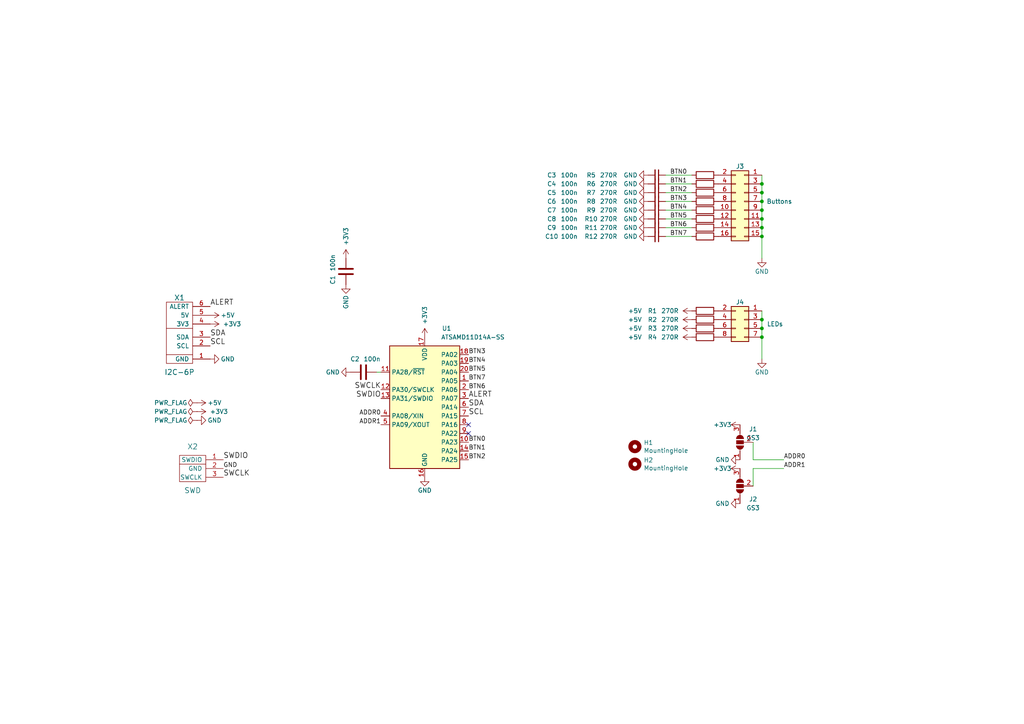
<source format=kicad_sch>
(kicad_sch (version 20210621) (generator eeschema)
  (paper "A4")
  (lib_symbols
    (symbol "Connector_Generic:Conn_02x04_Odd_Even" (pin_names (offset 1.016) hide)
      (property "Reference" "J" (at 1.27 5.08 0))
      (property "Value" "Conn_02x04_Odd_Even" (at 1.27 -7.62 0))
      (symbol "Conn_02x04_Odd_Even_1_1"
        (rectangle (start -1.27 -4.953) (end 0 -5.207) (stroke (width 0.1524)))
        (rectangle (start -1.27 -2.413) (end 0 -2.667) (stroke (width 0.1524)))
        (rectangle (start -1.27 0.127) (end 0 -0.127) (stroke (width 0.1524)))
        (rectangle (start -1.27 2.667) (end 0 2.413) (stroke (width 0.1524)))
        (rectangle (start -1.27 3.81) (end 3.81 -6.35) (stroke (width 0.254)) (fill (type background)))
        (rectangle (start 3.81 -4.953) (end 2.54 -5.207) (stroke (width 0.1524)))
        (rectangle (start 3.81 -2.413) (end 2.54 -2.667) (stroke (width 0.1524)))
        (rectangle (start 3.81 0.127) (end 2.54 -0.127) (stroke (width 0.1524)))
        (rectangle (start 3.81 2.667) (end 2.54 2.413) (stroke (width 0.1524)))
        (pin passive line (at -5.08 2.54 0) (length 3.81) (name "Pin_1") (number "1"))
        (pin passive line (at 7.62 2.54 180) (length 3.81) (name "Pin_2") (number "2"))
        (pin passive line (at -5.08 0 0) (length 3.81) (name "Pin_3") (number "3"))
        (pin passive line (at 7.62 0 180) (length 3.81) (name "Pin_4") (number "4"))
        (pin passive line (at -5.08 -2.54 0) (length 3.81) (name "Pin_5") (number "5"))
        (pin passive line (at 7.62 -2.54 180) (length 3.81) (name "Pin_6") (number "6"))
        (pin passive line (at -5.08 -5.08 0) (length 3.81) (name "Pin_7") (number "7"))
        (pin passive line (at 7.62 -5.08 180) (length 3.81) (name "Pin_8") (number "8"))
      )
    )
    (symbol "Connector_Generic:Conn_02x08_Odd_Even" (pin_names (offset 1.016) hide)
      (property "Reference" "J" (at 1.27 10.16 0))
      (property "Value" "Conn_02x08_Odd_Even" (at 1.27 -12.7 0))
      (symbol "Conn_02x08_Odd_Even_1_1"
        (rectangle (start -1.27 -10.033) (end 0 -10.287) (stroke (width 0.1524)))
        (rectangle (start -1.27 -7.493) (end 0 -7.747) (stroke (width 0.1524)))
        (rectangle (start -1.27 -4.953) (end 0 -5.207) (stroke (width 0.1524)))
        (rectangle (start -1.27 -2.413) (end 0 -2.667) (stroke (width 0.1524)))
        (rectangle (start -1.27 0.127) (end 0 -0.127) (stroke (width 0.1524)))
        (rectangle (start -1.27 2.667) (end 0 2.413) (stroke (width 0.1524)))
        (rectangle (start -1.27 5.207) (end 0 4.953) (stroke (width 0.1524)))
        (rectangle (start -1.27 7.747) (end 0 7.493) (stroke (width 0.1524)))
        (rectangle (start -1.27 8.89) (end 3.81 -11.43) (stroke (width 0.254)) (fill (type background)))
        (rectangle (start 3.81 -10.033) (end 2.54 -10.287) (stroke (width 0.1524)))
        (rectangle (start 3.81 -7.493) (end 2.54 -7.747) (stroke (width 0.1524)))
        (rectangle (start 3.81 -4.953) (end 2.54 -5.207) (stroke (width 0.1524)))
        (rectangle (start 3.81 -2.413) (end 2.54 -2.667) (stroke (width 0.1524)))
        (rectangle (start 3.81 0.127) (end 2.54 -0.127) (stroke (width 0.1524)))
        (rectangle (start 3.81 2.667) (end 2.54 2.413) (stroke (width 0.1524)))
        (rectangle (start 3.81 5.207) (end 2.54 4.953) (stroke (width 0.1524)))
        (rectangle (start 3.81 7.747) (end 2.54 7.493) (stroke (width 0.1524)))
        (pin passive line (at -5.08 7.62 0) (length 3.81) (name "Pin_1") (number "1"))
        (pin passive line (at 7.62 -2.54 180) (length 3.81) (name "Pin_10") (number "10"))
        (pin passive line (at -5.08 -5.08 0) (length 3.81) (name "Pin_11") (number "11"))
        (pin passive line (at 7.62 -5.08 180) (length 3.81) (name "Pin_12") (number "12"))
        (pin passive line (at -5.08 -7.62 0) (length 3.81) (name "Pin_13") (number "13"))
        (pin passive line (at 7.62 -7.62 180) (length 3.81) (name "Pin_14") (number "14"))
        (pin passive line (at -5.08 -10.16 0) (length 3.81) (name "Pin_15") (number "15"))
        (pin passive line (at 7.62 -10.16 180) (length 3.81) (name "Pin_16") (number "16"))
        (pin passive line (at 7.62 7.62 180) (length 3.81) (name "Pin_2") (number "2"))
        (pin passive line (at -5.08 5.08 0) (length 3.81) (name "Pin_3") (number "3"))
        (pin passive line (at 7.62 5.08 180) (length 3.81) (name "Pin_4") (number "4"))
        (pin passive line (at -5.08 2.54 0) (length 3.81) (name "Pin_5") (number "5"))
        (pin passive line (at 7.62 2.54 180) (length 3.81) (name "Pin_6") (number "6"))
        (pin passive line (at -5.08 0 0) (length 3.81) (name "Pin_7") (number "7"))
        (pin passive line (at 7.62 0 180) (length 3.81) (name "Pin_8") (number "8"))
        (pin passive line (at -5.08 -2.54 0) (length 3.81) (name "Pin_9") (number "9"))
      )
    )
    (symbol "Device:C" (pin_numbers hide) (pin_names (offset 0.254))
      (property "Reference" "C" (at 0.635 2.54 0))
      (property "Value" "C" (at 0.635 -2.54 0))
      (symbol "C_0_1"
        (polyline (pts (xy -2.032 -0.762) (xy 2.032 -0.762)) (stroke (width 0.508)))
        (polyline (pts (xy -2.032 0.762) (xy 2.032 0.762)) (stroke (width 0.508)))
      )
      (symbol "C_1_1"
        (pin passive line (at 0 3.81 270) (length 2.794) (name "~") (number "1"))
        (pin passive line (at 0 -3.81 90) (length 2.794) (name "~") (number "2"))
      )
    )
    (symbol "Device:C_Small" (pin_numbers hide) (pin_names (offset 0.254) hide)
      (property "Reference" "C" (at 0.254 1.778 0))
      (property "Value" "C_Small" (at 0.254 -2.032 0))
      (symbol "C_Small_0_1"
        (polyline (pts (xy -1.524 -0.508) (xy 1.524 -0.508)) (stroke (width 0.3302)))
        (polyline (pts (xy -1.524 0.508) (xy 1.524 0.508)) (stroke (width 0.3048)))
      )
      (symbol "C_Small_1_1"
        (pin passive line (at 0 2.54 270) (length 2.032) (name "~") (number "1"))
        (pin passive line (at 0 -2.54 90) (length 2.032) (name "~") (number "2"))
      )
    )
    (symbol "Device:R" (pin_numbers hide) (pin_names (offset 0))
      (property "Reference" "R" (at 2.032 0 90))
      (property "Value" "R" (at 0 0 90))
      (symbol "R_0_1"
        (rectangle (start -1.016 -2.54) (end 1.016 2.54) (stroke (width 0.254)))
      )
      (symbol "R_1_1"
        (pin passive line (at 0 3.81 270) (length 1.27) (name "~") (number "1"))
        (pin passive line (at 0 -3.81 90) (length 1.27) (name "~") (number "2"))
      )
    )
    (symbol "Drake:I2C-6P" (pin_names (offset 1.016))
      (property "Reference" "X" (at 0 12.7 0))
      (property "Value" "I2C-6P" (at 0 -8.89 0))
      (symbol "I2C-6P_0_1"
        (polyline (pts (xy 3.81 -3.81) (xy -3.81 -3.81)))
        (polyline (pts (xy 3.81 3.81) (xy -3.81 3.81)))
        (rectangle (start 3.81 11.43) (end -3.81 -6.35))
      )
      (symbol "I2C-6P_1_1"
        (pin power_in line (at 8.89 -5.08 180) (length 5.08) (name "GND") (number "1"))
        (pin open_collector line (at 8.89 -1.27 180) (length 5.08) (name "SCL") (number "2"))
        (pin open_collector line (at 8.89 1.27 180) (length 5.08) (name "SDA") (number "3"))
        (pin power_in line (at 8.89 5.08 180) (length 5.08) (name "3V3") (number "4"))
        (pin power_in line (at 8.89 7.62 180) (length 5.08) (name "5V") (number "5"))
        (pin open_collector line (at 8.89 10.16 180) (length 5.08) (name "ALERT") (number "6"))
      )
    )
    (symbol "Drake:SWD" (pin_names (offset 1.016))
      (property "Reference" "X" (at 0 6.35 0))
      (property "Value" "SWD" (at 0 -6.35 0))
      (symbol "SWD_0_1"
        (polyline (pts (xy 3.81 1.27) (xy -3.81 1.27)))
        (rectangle (start 3.81 3.81) (end -3.81 -3.81))
      )
      (symbol "SWD_1_1"
        (pin bidirectional line (at 8.89 2.54 180) (length 5.08) (name "SWDIO") (number "1"))
        (pin power_in line (at 8.89 0 180) (length 5.08) (name "GND") (number "2"))
        (pin bidirectional line (at 8.89 -2.54 180) (length 5.08) (name "SWCLK") (number "3"))
      )
    )
    (symbol "Jumper:SolderJumper_3_Open" (pin_names (offset 0) hide)
      (property "Reference" "JP" (at -2.54 -2.54 0))
      (property "Value" "SolderJumper_3_Open" (at 0 2.794 0))
      (symbol "SolderJumper_3_Open_0_1"
        (arc (start -1.016 1.016) (mid -2.032 0) (end -1.016 -1.016))
        (arc (start -1.016 1.016) (mid -2.032 0) (end -1.016 -1.016) (fill (type outline)))
        (rectangle (start -0.508 1.016) (end 0.508 -1.016) (fill (type outline)))
        (polyline (pts (xy -2.54 0) (xy -2.032 0)))
        (polyline (pts (xy -1.016 1.016) (xy -1.016 -1.016)))
        (polyline (pts (xy 0 -1.27) (xy 0 -1.016)))
        (polyline (pts (xy 1.016 1.016) (xy 1.016 -1.016)))
        (polyline (pts (xy 2.54 0) (xy 2.032 0)))
        (arc (start 1.016 -1.016) (mid 2.032 0) (end 1.016 1.016))
        (arc (start 1.016 -1.016) (mid 2.032 0) (end 1.016 1.016) (fill (type outline)))
      )
      (symbol "SolderJumper_3_Open_1_1"
        (pin passive line (at -5.08 0 0) (length 2.54) (name "A") (number "1"))
        (pin input line (at 0 -3.81 90) (length 2.54) (name "C") (number "2"))
        (pin passive line (at 5.08 0 180) (length 2.54) (name "B") (number "3"))
      )
    )
    (symbol "MCU_Microchip_SAMD:ATSAMD11D14A-SS"
      (property "Reference" "U" (at -10.16 19.05 0))
      (property "Value" "ATSAMD11D14A-SS" (at 1.27 19.05 0))
      (symbol "ATSAMD11D14A-SS_0_1"
        (rectangle (start -10.16 17.78) (end 10.16 -17.78) (stroke (width 0.254)) (fill (type background)))
      )
      (symbol "ATSAMD11D14A-SS_1_1"
        (pin bidirectional line (at 12.7 7.62 180) (length 2.54) (name "PA05") (number "1"))
        (pin bidirectional line (at 12.7 -10.16 180) (length 2.54) (name "PA23") (number "10"))
        (pin bidirectional line (at -12.7 10.16 0) (length 2.54) (name "PA28/~{RST}") (number "11"))
        (pin bidirectional line (at -12.7 5.08 0) (length 2.54) (name "PA30/SWCLK") (number "12"))
        (pin bidirectional line (at -12.7 2.54 0) (length 2.54) (name "PA31/SWDIO") (number "13"))
        (pin bidirectional line (at 12.7 -12.7 180) (length 2.54) (name "PA24") (number "14"))
        (pin bidirectional line (at 12.7 -15.24 180) (length 2.54) (name "PA25") (number "15"))
        (pin power_in line (at 0 -20.32 90) (length 2.54) (name "GND") (number "16"))
        (pin power_in line (at 0 20.32 270) (length 2.54) (name "VDD") (number "17"))
        (pin bidirectional line (at 12.7 15.24 180) (length 2.54) (name "PA02") (number "18"))
        (pin bidirectional line (at 12.7 12.7 180) (length 2.54) (name "PA03") (number "19"))
        (pin bidirectional line (at 12.7 5.08 180) (length 2.54) (name "PA06") (number "2"))
        (pin bidirectional line (at 12.7 10.16 180) (length 2.54) (name "PA04") (number "20"))
        (pin bidirectional line (at 12.7 2.54 180) (length 2.54) (name "PA07") (number "3"))
        (pin bidirectional line (at -12.7 -2.54 0) (length 2.54) (name "PA08/XIN") (number "4"))
        (pin bidirectional line (at -12.7 -5.08 0) (length 2.54) (name "PA09/XOUT") (number "5"))
        (pin bidirectional line (at 12.7 0 180) (length 2.54) (name "PA14") (number "6"))
        (pin bidirectional line (at 12.7 -2.54 180) (length 2.54) (name "PA15") (number "7"))
        (pin bidirectional line (at 12.7 -5.08 180) (length 2.54) (name "PA16") (number "8"))
        (pin bidirectional line (at 12.7 -7.62 180) (length 2.54) (name "PA22") (number "9"))
      )
    )
    (symbol "Mechanical:MountingHole" (pin_names (offset 1.016))
      (property "Reference" "H" (at 0 5.08 0))
      (property "Value" "MountingHole" (at 0 3.175 0))
      (symbol "MountingHole_0_1"
        (circle (center 0 0) (radius 1.27) (stroke (width 1.27)) (stroke (width 1.27)))
      )
    )
    (symbol "power:+3.3V" (power) (pin_names (offset 0))
      (property "Value" "+3.3V" (at 0 3.556 0))
      (symbol "+3.3V_0_1"
        (polyline (pts (xy -0.762 1.27) (xy 0 2.54)))
        (polyline (pts (xy 0 0) (xy 0 2.54)))
        (polyline (pts (xy 0 2.54) (xy 0.762 1.27)))
      )
      (symbol "+3.3V_1_1"
        (pin power_in line (at 0 0 90) (length 0) hide (name "+3V3") (number "1"))
      )
    )
    (symbol "power:+5V" (power) (pin_names (offset 0))
      (property "Value" "+5V" (at 0 3.556 0))
      (symbol "+5V_0_1"
        (polyline (pts (xy -0.762 1.27) (xy 0 2.54)))
        (polyline (pts (xy 0 0) (xy 0 2.54)))
        (polyline (pts (xy 0 2.54) (xy 0.762 1.27)))
      )
      (symbol "+5V_1_1"
        (pin power_in line (at 0 0 90) (length 0) hide (name "+5V") (number "1"))
      )
    )
    (symbol "power:GND" (power) (pin_names (offset 0))
      (property "Value" "GND" (at 0 -3.81 0))
      (symbol "GND_0_1"
        (polyline (pts (xy 0 0) (xy 0 -1.27) (xy 1.27 -1.27) (xy 0 -2.54) (xy -1.27 -1.27) (xy 0 -1.27)))
      )
      (symbol "GND_1_1"
        (pin power_in line (at 0 0 270) (length 0) hide (name "GND") (number "1"))
      )
    )
    (symbol "power:PWR_FLAG" (power) (pin_numbers hide) (pin_names (offset 0) hide)
      (property "Value" "PWR_FLAG" (at 0 3.81 0))
      (symbol "PWR_FLAG_0_0"
        (pin power_out line (at 0 0 90) (length 0) (name "pwr") (number "1"))
      )
      (symbol "PWR_FLAG_0_1"
        (polyline (pts (xy 0 0) (xy 0 1.27) (xy -1.016 1.905) (xy 0 2.54) (xy 1.016 1.905) (xy 0 1.27)))
      )
    )
  )
  (junction (at 220.98 53.34))
  (junction (at 220.98 55.88))
  (junction (at 220.98 58.42))
  (junction (at 220.98 60.96))
  (junction (at 220.98 63.5))
  (junction (at 220.98 66.04))
  (junction (at 220.98 68.58))
  (junction (at 220.98 92.71))
  (junction (at 220.98 95.25))
  (junction (at 220.98 97.79))
  (no_connect (at 135.89 123.19))
  (no_connect (at 135.89 125.73))
  (wire (pts (xy 109.22 107.95) (xy 110.49 107.95)))
  (wire (pts (xy 193.04 50.8) (xy 200.66 50.8)))
  (wire (pts (xy 193.04 53.34) (xy 200.66 53.34)))
  (wire (pts (xy 193.04 55.88) (xy 200.66 55.88)))
  (wire (pts (xy 193.04 58.42) (xy 200.66 58.42)))
  (wire (pts (xy 193.04 60.96) (xy 200.66 60.96)))
  (wire (pts (xy 193.04 63.5) (xy 200.66 63.5)))
  (wire (pts (xy 193.04 66.04) (xy 200.66 66.04)))
  (wire (pts (xy 193.04 68.58) (xy 200.66 68.58)))
  (wire (pts (xy 218.44 133.35) (xy 218.44 128.27)))
  (wire (pts (xy 218.44 133.35) (xy 227.33 133.35)))
  (wire (pts (xy 218.44 135.89) (xy 218.44 140.97)))
  (wire (pts (xy 218.44 135.89) (xy 227.33 135.89)))
  (wire (pts (xy 220.98 50.8) (xy 220.98 53.34)))
  (wire (pts (xy 220.98 53.34) (xy 220.98 55.88)))
  (wire (pts (xy 220.98 55.88) (xy 220.98 58.42)))
  (wire (pts (xy 220.98 58.42) (xy 220.98 60.96)))
  (wire (pts (xy 220.98 60.96) (xy 220.98 63.5)))
  (wire (pts (xy 220.98 63.5) (xy 220.98 66.04)))
  (wire (pts (xy 220.98 66.04) (xy 220.98 68.58)))
  (wire (pts (xy 220.98 68.58) (xy 220.98 74.93)))
  (wire (pts (xy 220.98 90.17) (xy 220.98 92.71)))
  (wire (pts (xy 220.98 92.71) (xy 220.98 95.25)))
  (wire (pts (xy 220.98 95.25) (xy 220.98 97.79)))
  (wire (pts (xy 220.98 97.79) (xy 220.98 104.14)))
  (label "ALERT" (at 60.96 88.9 0) (effects (font (size 1.524 1.524))))
  (label "SDA" (at 60.96 97.79 0) (effects (font (size 1.524 1.524))))
  (label "SCL" (at 60.96 100.33 0) (effects (font (size 1.524 1.524))))
  (label "SWDIO" (at 64.77 133.35 0) (effects (font (size 1.524 1.524))))
  (label "GND" (at 64.77 135.89 0))
  (label "SWCLK" (at 64.77 138.43 0) (effects (font (size 1.524 1.524))))
  (label "SWCLK" (at 110.49 113.03 180) (effects (font (size 1.524 1.524))))
  (label "SWDIO" (at 110.49 115.57 180) (effects (font (size 1.524 1.524))))
  (label "ADDR0" (at 110.49 120.65 180))
  (label "ADDR1" (at 110.49 123.19 180))
  (label "BTN3" (at 135.89 102.87 0))
  (label "BTN4" (at 135.89 105.41 0))
  (label "BTN5" (at 135.89 107.95 0))
  (label "BTN7" (at 135.89 110.49 0))
  (label "BTN6" (at 135.89 113.03 0))
  (label "ALERT" (at 135.89 115.57 0) (effects (font (size 1.524 1.524))))
  (label "SDA" (at 135.89 118.11 0) (effects (font (size 1.524 1.524))))
  (label "SCL" (at 135.89 120.65 0) (effects (font (size 1.524 1.524))))
  (label "BTN0" (at 135.89 128.27 0))
  (label "BTN1" (at 135.89 130.81 0))
  (label "BTN2" (at 135.89 133.35 0))
  (label "BTN0" (at 194.31 50.8 0))
  (label "BTN1" (at 194.31 53.34 0))
  (label "BTN2" (at 194.31 55.88 0))
  (label "BTN3" (at 194.31 58.42 0))
  (label "BTN4" (at 194.31 60.96 0))
  (label "BTN5" (at 194.31 63.5 0))
  (label "BTN6" (at 194.31 66.04 0))
  (label "BTN7" (at 194.31 68.58 0))
  (label "ADDR0" (at 227.33 133.35 0))
  (label "ADDR1" (at 227.33 135.89 0))
  (symbol (lib_id "power:+5V") (at 57.15 116.84 270) (unit 1)
    (property "Reference" "#PWR019" (effects hide))
    (property "Value" "+5V" (at 62.23 116.84 90))
  )
  (symbol (lib_id "power:+3.3V") (at 57.15 119.38 270) (unit 1)
    (property "Reference" "#PWR012" (effects hide))
    (property "Value" "+3V3" (at 63.5 119.38 90))
  )
  (symbol (lib_id "power:+5V") (at 60.96 91.44 270) (unit 1)
    (property "Reference" "#PWR018" (effects hide))
    (property "Value" "+5V" (at 66.04 91.44 90))
  )
  (symbol (lib_id "power:+3.3V") (at 60.96 93.98 270) (unit 1)
    (property "Reference" "#PWR01" (effects hide))
    (property "Value" "+3V3" (at 67.31 93.98 90))
  )
  (symbol (lib_id "power:+3.3V") (at 100.33 74.93 0) (unit 1)
    (property "Reference" "#PWR0101" (effects hide))
    (property "Value" "+3V3" (at 100.33 68.58 90))
  )
  (symbol (lib_id "power:+3.3V") (at 123.19 97.79 0) (unit 1)
    (property "Reference" "#PWR0102" (effects hide))
    (property "Value" "+3V3" (at 123.19 91.44 90))
  )
  (symbol (lib_id "power:+5V") (at 200.66 90.17 90) (unit 1)
    (property "Reference" "#PWR021" (effects hide))
    (property "Value" "+5V" (at 184.15 90.17 90))
  )
  (symbol (lib_id "power:+5V") (at 200.66 92.71 90) (unit 1)
    (property "Reference" "#PWR022" (effects hide))
    (property "Value" "+5V" (at 184.15 92.71 90))
  )
  (symbol (lib_id "power:+5V") (at 200.66 95.25 90) (unit 1)
    (property "Reference" "#PWR023" (effects hide))
    (property "Value" "+5V" (at 184.15 95.25 90))
  )
  (symbol (lib_id "power:+5V") (at 200.66 97.79 90) (unit 1)
    (property "Reference" "#PWR024" (effects hide))
    (property "Value" "+5V" (at 184.15 97.79 90))
  )
  (symbol (lib_id "power:+3.3V") (at 214.63 123.19 90) (mirror x) (unit 1)
    (property "Reference" "#PWR016" (effects hide))
    (property "Value" "+3V3" (at 209.55 123.19 90))
  )
  (symbol (lib_id "power:+3.3V") (at 214.63 135.89 90) (mirror x) (unit 1)
    (property "Reference" "#PWR017" (effects hide))
    (property "Value" "+3V3" (at 209.55 135.89 90))
  )
  (symbol (lib_id "power:PWR_FLAG") (at 57.15 116.84 90) (unit 1)
    (property "Reference" "#FLG020" (effects hide))
    (property "Value" "PWR_FLAG" (at 49.53 116.84 90))
  )
  (symbol (lib_id "power:PWR_FLAG") (at 57.15 119.38 90) (unit 1)
    (property "Reference" "#FLG09" (effects hide))
    (property "Value" "PWR_FLAG" (at 49.53 119.38 90))
  )
  (symbol (lib_id "power:PWR_FLAG") (at 57.15 121.92 90) (unit 1)
    (property "Reference" "#FLG010" (effects hide))
    (property "Value" "PWR_FLAG" (at 49.53 121.92 90))
  )
  (symbol (lib_id "power:GND") (at 57.15 121.92 90) (unit 1)
    (property "Reference" "#PWR011" (effects hide))
    (property "Value" "GND" (at 62.23 121.92 90))
  )
  (symbol (lib_id "power:GND") (at 60.96 104.14 90) (unit 1)
    (property "Reference" "#PWR08" (effects hide))
    (property "Value" "GND" (at 66.04 104.14 90))
  )
  (symbol (lib_id "power:GND") (at 100.33 82.55 0) (unit 1)
    (property "Reference" "#PWR07" (effects hide))
    (property "Value" "GND" (at 100.33 87.63 90))
  )
  (symbol (lib_id "power:GND") (at 101.6 107.95 270) (unit 1)
    (property "Reference" "#PWR05" (effects hide))
    (property "Value" "GND" (at 96.52 107.95 90))
  )
  (symbol (lib_id "power:GND") (at 123.19 138.43 0) (unit 1)
    (property "Reference" "#PWR03" (effects hide))
    (property "Value" "GND" (at 123.19 142.24 0))
  )
  (symbol (lib_id "power:GND") (at 187.96 50.8 270) (unit 1)
    (property "Reference" "#PWR04" (effects hide))
    (property "Value" "GND" (at 182.88 50.8 90))
  )
  (symbol (lib_id "power:GND") (at 187.96 53.34 270) (unit 1)
    (property "Reference" "#PWR06" (effects hide))
    (property "Value" "GND" (at 182.88 53.34 90))
  )
  (symbol (lib_id "power:GND") (at 187.96 55.88 270) (unit 1)
    (property "Reference" "#PWR09" (effects hide))
    (property "Value" "GND" (at 182.88 55.88 90))
  )
  (symbol (lib_id "power:GND") (at 187.96 58.42 270) (unit 1)
    (property "Reference" "#PWR010" (effects hide))
    (property "Value" "GND" (at 182.88 58.42 90))
  )
  (symbol (lib_id "power:GND") (at 187.96 60.96 270) (unit 1)
    (property "Reference" "#PWR020" (effects hide))
    (property "Value" "GND" (at 182.88 60.96 90))
  )
  (symbol (lib_id "power:GND") (at 187.96 63.5 270) (unit 1)
    (property "Reference" "#PWR027" (effects hide))
    (property "Value" "GND" (at 182.88 63.5 90))
  )
  (symbol (lib_id "power:GND") (at 187.96 66.04 270) (unit 1)
    (property "Reference" "#PWR028" (effects hide))
    (property "Value" "GND" (at 182.88 66.04 90))
  )
  (symbol (lib_id "power:GND") (at 187.96 68.58 270) (unit 1)
    (property "Reference" "#PWR029" (effects hide))
    (property "Value" "GND" (at 182.88 68.58 90))
  )
  (symbol (lib_id "power:GND") (at 214.63 133.35 270) (mirror x) (unit 1)
    (property "Reference" "#PWR015" (effects hide))
    (property "Value" "GND" (at 209.55 133.35 90))
  )
  (symbol (lib_id "power:GND") (at 214.63 146.05 270) (mirror x) (unit 1)
    (property "Reference" "#PWR014" (effects hide))
    (property "Value" "GND" (at 209.55 146.05 90))
  )
  (symbol (lib_id "power:GND") (at 220.98 74.93 0) (unit 1)
    (property "Reference" "#PWR025" (effects hide))
    (property "Value" "GND" (at 220.98 78.74 0))
  )
  (symbol (lib_id "power:GND") (at 220.98 104.14 0) (unit 1)
    (property "Reference" "#PWR026" (effects hide))
    (property "Value" "GND" (at 220.98 107.95 0))
  )
  (symbol (lib_id "Mechanical:MountingHole") (at 184.15 129.54 0) (unit 1)
    (property "Reference" "H1" (at 186.69 128.3716 0) (effects (justify left)))
    (property "Value" "MountingHole" (at 186.69 130.683 0) (effects (justify left)))
    (property "Footprint" "MountingHole:MountingHole_2.5mm" (effects hide))
  )
  (symbol (lib_id "Mechanical:MountingHole") (at 184.15 134.62 0) (unit 1)
    (property "Reference" "H2" (at 186.69 133.4516 0) (effects (justify left)))
    (property "Value" "MountingHole" (at 186.69 135.763 0) (effects (justify left)))
    (property "Footprint" "MountingHole:MountingHole_2.5mm" (effects hide))
  )
  (symbol (lib_id "Device:C_Small") (at 190.5 50.8 270) (unit 1)
    (property "Reference" "C3" (at 160.02 50.8 90))
    (property "Value" "100n" (at 165.1 50.8 90))
    (property "Footprint" "Capacitor_SMD:C_0805_2012Metric_Pad1.18x1.45mm_HandSolder" (effects hide))
  )
  (symbol (lib_id "Device:C_Small") (at 190.5 53.34 270) (unit 1)
    (property "Reference" "C4" (at 160.02 53.34 90))
    (property "Value" "100n" (at 165.1 53.34 90))
    (property "Footprint" "Capacitor_SMD:C_0805_2012Metric_Pad1.18x1.45mm_HandSolder" (effects hide))
  )
  (symbol (lib_id "Device:C_Small") (at 190.5 55.88 270) (unit 1)
    (property "Reference" "C5" (at 160.02 55.88 90))
    (property "Value" "100n" (at 165.1 55.88 90))
    (property "Footprint" "Capacitor_SMD:C_0805_2012Metric_Pad1.18x1.45mm_HandSolder" (effects hide))
  )
  (symbol (lib_id "Device:C_Small") (at 190.5 58.42 270) (unit 1)
    (property "Reference" "C6" (at 160.02 58.42 90))
    (property "Value" "100n" (at 165.1 58.42 90))
    (property "Footprint" "Capacitor_SMD:C_0805_2012Metric_Pad1.18x1.45mm_HandSolder" (effects hide))
  )
  (symbol (lib_id "Device:C_Small") (at 190.5 60.96 270) (unit 1)
    (property "Reference" "C7" (at 160.02 60.96 90))
    (property "Value" "100n" (at 165.1 60.96 90))
    (property "Footprint" "Capacitor_SMD:C_0805_2012Metric_Pad1.18x1.45mm_HandSolder" (effects hide))
  )
  (symbol (lib_id "Device:C_Small") (at 190.5 63.5 270) (unit 1)
    (property "Reference" "C8" (at 160.02 63.5 90))
    (property "Value" "100n" (at 165.1 63.5 90))
    (property "Footprint" "Capacitor_SMD:C_0805_2012Metric_Pad1.18x1.45mm_HandSolder" (effects hide))
  )
  (symbol (lib_id "Device:C_Small") (at 190.5 66.04 270) (unit 1)
    (property "Reference" "C9" (at 160.02 66.04 90))
    (property "Value" "100n" (at 165.1 66.04 90))
    (property "Footprint" "Capacitor_SMD:C_0805_2012Metric_Pad1.18x1.45mm_HandSolder" (effects hide))
  )
  (symbol (lib_id "Device:C_Small") (at 190.5 68.58 270) (unit 1)
    (property "Reference" "C10" (at 160.02 68.58 90))
    (property "Value" "100n" (at 165.1 68.58 90))
    (property "Footprint" "Capacitor_SMD:C_0805_2012Metric_Pad1.18x1.45mm_HandSolder" (effects hide))
  )
  (symbol (lib_id "Device:R") (at 204.47 50.8 270) (unit 1)
    (property "Reference" "R5" (at 171.45 50.8 90))
    (property "Value" "270R" (at 176.53 50.8 90))
    (property "Footprint" "Resistor_SMD:R_0805_2012Metric_Pad1.20x1.40mm_HandSolder" (effects hide))
  )
  (symbol (lib_id "Device:R") (at 204.47 53.34 270) (unit 1)
    (property "Reference" "R6" (at 171.45 53.34 90))
    (property "Value" "270R" (at 176.53 53.34 90))
    (property "Footprint" "Resistor_SMD:R_0805_2012Metric_Pad1.20x1.40mm_HandSolder" (effects hide))
  )
  (symbol (lib_id "Device:R") (at 204.47 55.88 270) (unit 1)
    (property "Reference" "R7" (at 171.45 55.88 90))
    (property "Value" "270R" (at 176.53 55.88 90))
    (property "Footprint" "Resistor_SMD:R_0805_2012Metric_Pad1.20x1.40mm_HandSolder" (effects hide))
  )
  (symbol (lib_id "Device:R") (at 204.47 58.42 270) (unit 1)
    (property "Reference" "R8" (at 171.45 58.42 90))
    (property "Value" "270R" (at 176.53 58.42 90))
    (property "Footprint" "Resistor_SMD:R_0805_2012Metric_Pad1.20x1.40mm_HandSolder" (effects hide))
  )
  (symbol (lib_id "Device:R") (at 204.47 60.96 270) (unit 1)
    (property "Reference" "R9" (at 171.45 60.96 90))
    (property "Value" "270R" (at 176.53 60.96 90))
    (property "Footprint" "Resistor_SMD:R_0805_2012Metric_Pad1.20x1.40mm_HandSolder" (effects hide))
  )
  (symbol (lib_id "Device:R") (at 204.47 63.5 270) (unit 1)
    (property "Reference" "R10" (at 171.45 63.5 90))
    (property "Value" "270R" (at 176.53 63.5 90))
    (property "Footprint" "Resistor_SMD:R_0805_2012Metric_Pad1.20x1.40mm_HandSolder" (effects hide))
  )
  (symbol (lib_id "Device:R") (at 204.47 66.04 270) (unit 1)
    (property "Reference" "R11" (at 171.45 66.04 90))
    (property "Value" "270R" (at 176.53 66.04 90))
    (property "Footprint" "Resistor_SMD:R_0805_2012Metric_Pad1.20x1.40mm_HandSolder" (effects hide))
  )
  (symbol (lib_id "Device:R") (at 204.47 68.58 270) (unit 1)
    (property "Reference" "R12" (at 171.45 68.58 90))
    (property "Value" "270R" (at 176.53 68.58 90))
    (property "Footprint" "Resistor_SMD:R_0805_2012Metric_Pad1.20x1.40mm_HandSolder" (effects hide))
  )
  (symbol (lib_id "Device:R") (at 204.47 90.17 270) (unit 1)
    (property "Reference" "R1" (at 189.23 90.17 90))
    (property "Value" "270R" (at 194.31 90.17 90))
    (property "Footprint" "Resistor_SMD:R_0805_2012Metric_Pad1.20x1.40mm_HandSolder" (effects hide))
  )
  (symbol (lib_id "Device:R") (at 204.47 92.71 270) (unit 1)
    (property "Reference" "R2" (at 189.23 92.71 90))
    (property "Value" "270R" (at 194.31 92.71 90))
    (property "Footprint" "Resistor_SMD:R_0805_2012Metric_Pad1.20x1.40mm_HandSolder" (effects hide))
  )
  (symbol (lib_id "Device:R") (at 204.47 95.25 270) (unit 1)
    (property "Reference" "R3" (at 189.23 95.25 90))
    (property "Value" "270R" (at 194.31 95.25 90))
    (property "Footprint" "Resistor_SMD:R_0805_2012Metric_Pad1.20x1.40mm_HandSolder" (effects hide))
  )
  (symbol (lib_id "Device:R") (at 204.47 97.79 270) (unit 1)
    (property "Reference" "R4" (at 189.23 97.79 90))
    (property "Value" "270R" (at 194.31 97.79 90))
    (property "Footprint" "Resistor_SMD:R_0805_2012Metric_Pad1.20x1.40mm_HandSolder" (effects hide))
  )
  (symbol (lib_id "Device:C") (at 100.33 78.74 0) (unit 1)
    (property "Reference" "C1" (at 96.52 82.55 90) (effects (justify left)))
    (property "Value" "100n" (at 96.52 78.74 90) (effects (justify left)))
    (property "Footprint" "Capacitor_SMD:C_0805_2012Metric_Pad1.18x1.45mm_HandSolder" (effects hide))
  )
  (symbol (lib_id "Device:C") (at 105.41 107.95 270) (unit 1)
    (property "Reference" "C2" (at 101.6 104.14 90) (effects (justify left)))
    (property "Value" "100n" (at 105.41 104.14 90) (effects (justify left)))
    (property "Footprint" "Capacitor_SMD:C_0805_2012Metric_Pad1.18x1.45mm_HandSolder" (effects hide))
  )
  (symbol (lib_id "Jumper:SolderJumper_3_Open") (at 214.63 128.27 90) (unit 1)
    (property "Reference" "J1" (at 218.44 124.46 90))
    (property "Value" "GS3" (at 218.44 127 90))
    (property "Footprint" "Jumper:SolderJumper-3_P1.3mm_Open_Pad1.0x1.5mm" (effects hide))
  )
  (symbol (lib_id "Jumper:SolderJumper_3_Open") (at 214.63 140.97 90) (unit 1)
    (property "Reference" "J2" (at 218.44 144.78 90))
    (property "Value" "GS3" (at 218.44 147.32 90))
    (property "Footprint" "Jumper:SolderJumper-3_P1.3mm_Open_Pad1.0x1.5mm" (effects hide))
  )
  (symbol (lib_id "Drake:SWD") (at 55.88 135.89 0) (unit 1)
    (property "Reference" "X2" (at 55.88 129.54 0) (effects (font (size 1.524 1.524))))
    (property "Value" "SWD" (at 55.88 142.24 0) (effects (font (size 1.524 1.524))))
    (property "Footprint" "Drake:SWD" (effects hide))
  )
  (symbol (lib_id "Connector_Generic:Conn_02x04_Odd_Even") (at 215.9 92.71 0) (mirror y) (unit 1)
    (property "Reference" "J4" (at 214.63 87.63 0))
    (property "Value" "LEDs" (at 224.79 93.98 0))
    (property "Footprint" "Connector_PinHeader_2.54mm:PinHeader_2x04_P2.54mm_Vertical" (effects hide))
  )
  (symbol (lib_id "Drake:I2C-6P") (at 52.07 99.06 0) (unit 1)
    (property "Reference" "X1" (at 52.07 86.36 0) (effects (font (size 1.524 1.524))))
    (property "Value" "I2C-6P" (at 52.07 107.95 0) (effects (font (size 1.524 1.524))))
    (property "Footprint" "Connector_IDC:IDC-Header_2x03_P2.54mm_Vertical" (effects hide))
  )
  (symbol (lib_id "Connector_Generic:Conn_02x08_Odd_Even") (at 215.9 58.42 0) (mirror y) (unit 1)
    (property "Reference" "J3" (at 214.63 48.26 0))
    (property "Value" "Buttons" (at 226.06 58.42 0))
    (property "Footprint" "Connector_PinHeader_2.54mm:PinHeader_2x08_P2.54mm_Vertical" (effects hide))
  )
  (symbol (lib_id "MCU_Microchip_SAMD:ATSAMD11D14A-SS") (at 123.19 118.11 0) (unit 1)
    (property "Reference" "U1" (at 129.54 95.25 0))
    (property "Value" "ATSAMD11D14A-SS" (at 137.16 97.79 0))
    (property "Footprint" "Package_SO:SOIC-20W_7.5x12.8mm_P1.27mm" (effects hide))
    (property "Datasheet" "http://ww1.microchip.com/downloads/en/DeviceDoc/Atmel-42363-SAM-D11_Datasheet.pdf" (effects hide))
  )
)
</source>
